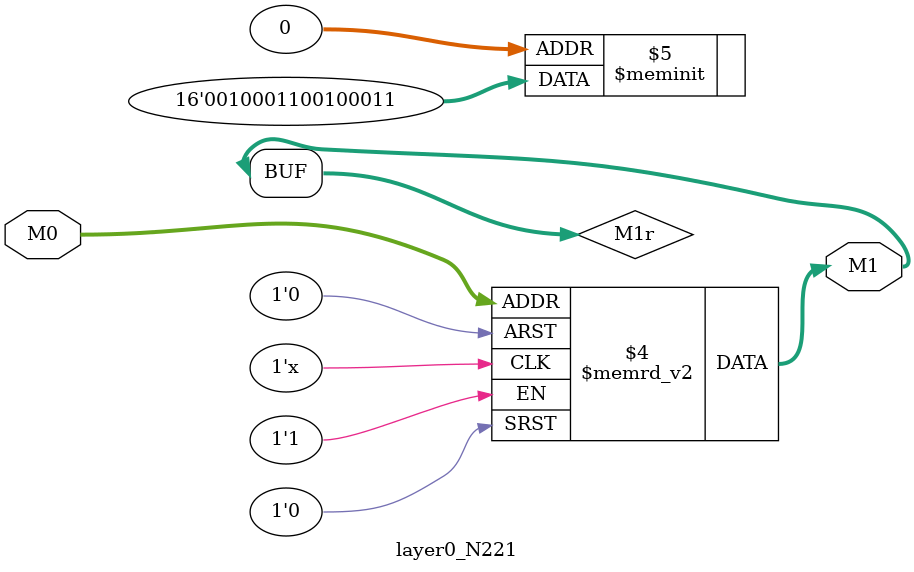
<source format=v>
module layer0_N221 ( input [2:0] M0, output [1:0] M1 );

	(*rom_style = "distributed" *) reg [1:0] M1r;
	assign M1 = M1r;
	always @ (M0) begin
		case (M0)
			3'b000: M1r = 2'b11;
			3'b100: M1r = 2'b11;
			3'b010: M1r = 2'b10;
			3'b110: M1r = 2'b10;
			3'b001: M1r = 2'b00;
			3'b101: M1r = 2'b00;
			3'b011: M1r = 2'b00;
			3'b111: M1r = 2'b00;

		endcase
	end
endmodule

</source>
